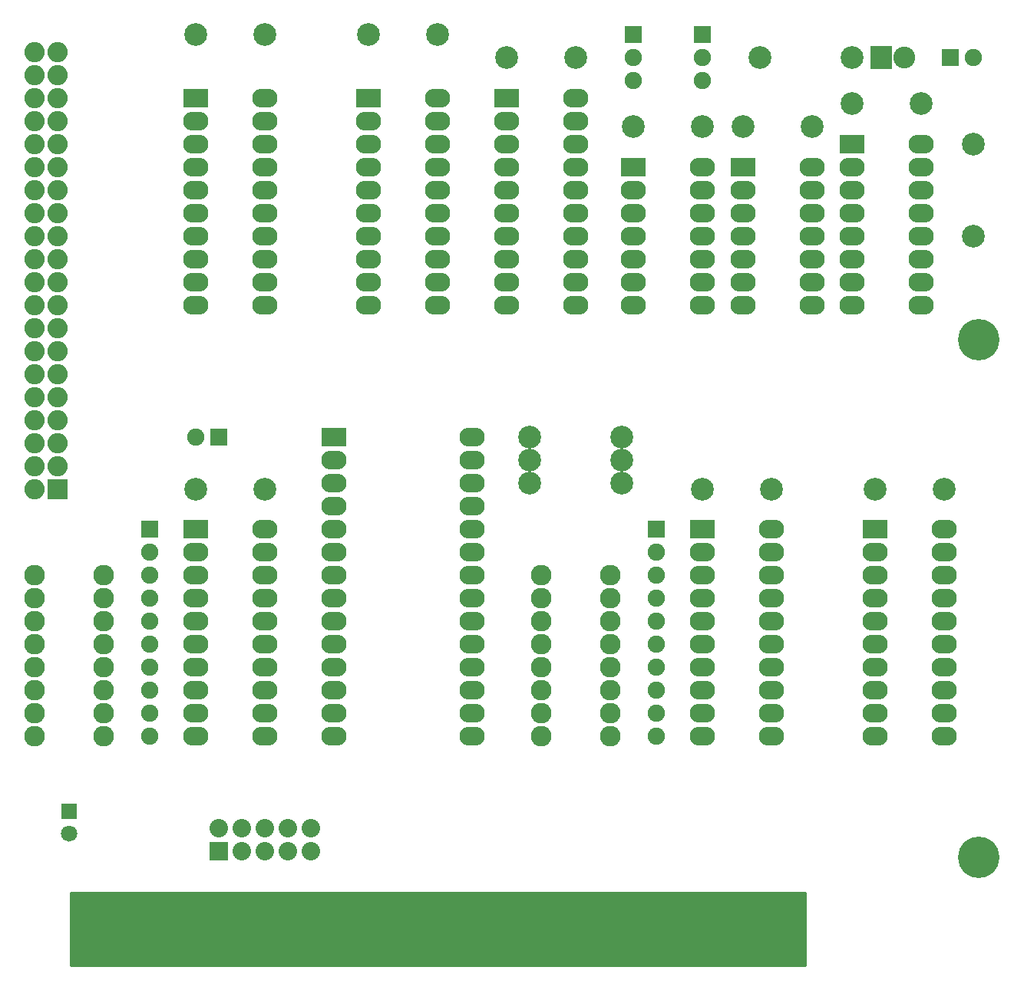
<source format=gts>
G04 #@! TF.FileFunction,Soldermask,Top*
%FSLAX46Y46*%
G04 Gerber Fmt 4.6, Leading zero omitted, Abs format (unit mm)*
G04 Created by KiCad (PCBNEW 4.0.0-stable) date Sat 14 May 2016 01:26:04 PM EDT*
%MOMM*%
G01*
G04 APERTURE LIST*
%ADD10C,0.150000*%
%ADD11C,2.506980*%
%ADD12R,2.794000X2.082800*%
%ADD13O,2.794000X2.082800*%
%ADD14R,1.905000X1.905000*%
%ADD15C,1.905000*%
%ADD16C,2.286000*%
%ADD17R,2.286000X7.620000*%
%ADD18R,2.235200X2.235200*%
%ADD19O,2.235200X2.235200*%
%ADD20C,1.808000*%
%ADD21R,1.808000X1.808000*%
%ADD22R,2.408000X2.508000*%
%ADD23C,2.408000*%
%ADD24C,4.572000*%
%ADD25R,2.032000X2.032000*%
%ADD26C,2.032000*%
%ADD27C,0.254000*%
G04 APERTURE END LIST*
D10*
D11*
X175260000Y-88265000D03*
X182880000Y-88265000D03*
X119380000Y-38100000D03*
X127000000Y-38100000D03*
X107950000Y-38100000D03*
X100330000Y-38100000D03*
X163830000Y-88265000D03*
X156210000Y-88265000D03*
X107950000Y-88265000D03*
X100330000Y-88265000D03*
X156210000Y-48260000D03*
X148590000Y-48260000D03*
X142240000Y-40640000D03*
X134620000Y-40640000D03*
X168275000Y-48260000D03*
X160655000Y-48260000D03*
X172720000Y-45720000D03*
X180340000Y-45720000D03*
X172720000Y-40640000D03*
X162560000Y-40640000D03*
D12*
X175260000Y-92710000D03*
D13*
X175260000Y-95250000D03*
X175260000Y-97790000D03*
X175260000Y-100330000D03*
X175260000Y-102870000D03*
X175260000Y-105410000D03*
X175260000Y-107950000D03*
X175260000Y-110490000D03*
X175260000Y-113030000D03*
X175260000Y-115570000D03*
X182880000Y-115570000D03*
X182880000Y-113030000D03*
X182880000Y-110490000D03*
X182880000Y-107950000D03*
X182880000Y-105410000D03*
X182880000Y-102870000D03*
X182880000Y-100330000D03*
X182880000Y-97790000D03*
X182880000Y-95250000D03*
X182880000Y-92710000D03*
D12*
X119380000Y-45085000D03*
D13*
X119380000Y-47625000D03*
X119380000Y-50165000D03*
X119380000Y-52705000D03*
X119380000Y-55245000D03*
X119380000Y-57785000D03*
X119380000Y-60325000D03*
X119380000Y-62865000D03*
X119380000Y-65405000D03*
X119380000Y-67945000D03*
X127000000Y-67945000D03*
X127000000Y-65405000D03*
X127000000Y-62865000D03*
X127000000Y-60325000D03*
X127000000Y-57785000D03*
X127000000Y-55245000D03*
X127000000Y-52705000D03*
X127000000Y-50165000D03*
X127000000Y-47625000D03*
X127000000Y-45085000D03*
D12*
X100330000Y-45085000D03*
D13*
X100330000Y-47625000D03*
X100330000Y-50165000D03*
X100330000Y-52705000D03*
X100330000Y-55245000D03*
X100330000Y-57785000D03*
X100330000Y-60325000D03*
X100330000Y-62865000D03*
X100330000Y-65405000D03*
X100330000Y-67945000D03*
X107950000Y-67945000D03*
X107950000Y-65405000D03*
X107950000Y-62865000D03*
X107950000Y-60325000D03*
X107950000Y-57785000D03*
X107950000Y-55245000D03*
X107950000Y-52705000D03*
X107950000Y-50165000D03*
X107950000Y-47625000D03*
X107950000Y-45085000D03*
D12*
X134620000Y-45085000D03*
D13*
X134620000Y-47625000D03*
X134620000Y-50165000D03*
X134620000Y-52705000D03*
X134620000Y-55245000D03*
X134620000Y-57785000D03*
X134620000Y-60325000D03*
X134620000Y-62865000D03*
X134620000Y-65405000D03*
X134620000Y-67945000D03*
X142240000Y-67945000D03*
X142240000Y-65405000D03*
X142240000Y-62865000D03*
X142240000Y-60325000D03*
X142240000Y-57785000D03*
X142240000Y-55245000D03*
X142240000Y-52705000D03*
X142240000Y-50165000D03*
X142240000Y-47625000D03*
X142240000Y-45085000D03*
D12*
X160655000Y-52705000D03*
D13*
X160655000Y-55245000D03*
X160655000Y-57785000D03*
X160655000Y-60325000D03*
X160655000Y-62865000D03*
X160655000Y-65405000D03*
X160655000Y-67945000D03*
X168275000Y-67945000D03*
X168275000Y-65405000D03*
X168275000Y-62865000D03*
X168275000Y-60325000D03*
X168275000Y-57785000D03*
X168275000Y-55245000D03*
X168275000Y-52705000D03*
D12*
X100330000Y-92710000D03*
D13*
X100330000Y-95250000D03*
X100330000Y-97790000D03*
X100330000Y-100330000D03*
X100330000Y-102870000D03*
X100330000Y-105410000D03*
X100330000Y-107950000D03*
X100330000Y-110490000D03*
X100330000Y-113030000D03*
X100330000Y-115570000D03*
X107950000Y-115570000D03*
X107950000Y-113030000D03*
X107950000Y-110490000D03*
X107950000Y-107950000D03*
X107950000Y-105410000D03*
X107950000Y-102870000D03*
X107950000Y-100330000D03*
X107950000Y-97790000D03*
X107950000Y-95250000D03*
X107950000Y-92710000D03*
D12*
X172720000Y-50165000D03*
D13*
X172720000Y-52705000D03*
X172720000Y-55245000D03*
X172720000Y-57785000D03*
X172720000Y-60325000D03*
X172720000Y-62865000D03*
X172720000Y-65405000D03*
X172720000Y-67945000D03*
X180340000Y-67945000D03*
X180340000Y-65405000D03*
X180340000Y-62865000D03*
X180340000Y-60325000D03*
X180340000Y-57785000D03*
X180340000Y-55245000D03*
X180340000Y-52705000D03*
X180340000Y-50165000D03*
D12*
X148590000Y-52705000D03*
D13*
X148590000Y-55245000D03*
X148590000Y-57785000D03*
X148590000Y-60325000D03*
X148590000Y-62865000D03*
X148590000Y-65405000D03*
X148590000Y-67945000D03*
X156210000Y-67945000D03*
X156210000Y-65405000D03*
X156210000Y-62865000D03*
X156210000Y-60325000D03*
X156210000Y-57785000D03*
X156210000Y-55245000D03*
X156210000Y-52705000D03*
D12*
X156210000Y-92710000D03*
D13*
X156210000Y-95250000D03*
X156210000Y-97790000D03*
X156210000Y-100330000D03*
X156210000Y-102870000D03*
X156210000Y-105410000D03*
X156210000Y-107950000D03*
X156210000Y-110490000D03*
X156210000Y-113030000D03*
X156210000Y-115570000D03*
X163830000Y-115570000D03*
X163830000Y-113030000D03*
X163830000Y-110490000D03*
X163830000Y-107950000D03*
X163830000Y-105410000D03*
X163830000Y-102870000D03*
X163830000Y-100330000D03*
X163830000Y-97790000D03*
X163830000Y-95250000D03*
X163830000Y-92710000D03*
D12*
X115570000Y-82550000D03*
D13*
X115570000Y-85090000D03*
X115570000Y-87630000D03*
X115570000Y-90170000D03*
X115570000Y-92710000D03*
X115570000Y-95250000D03*
X115570000Y-97790000D03*
X115570000Y-100330000D03*
X115570000Y-102870000D03*
X115570000Y-105410000D03*
X115570000Y-107950000D03*
X115570000Y-110490000D03*
X115570000Y-113030000D03*
X115570000Y-115570000D03*
X130810000Y-115570000D03*
X130810000Y-113030000D03*
X130810000Y-110490000D03*
X130810000Y-107950000D03*
X130810000Y-105410000D03*
X130810000Y-102870000D03*
X130810000Y-100330000D03*
X130810000Y-97790000D03*
X130810000Y-95250000D03*
X130810000Y-92710000D03*
X130810000Y-90170000D03*
X130810000Y-87630000D03*
X130810000Y-85090000D03*
X130810000Y-82550000D03*
D11*
X147320000Y-85090000D03*
X137160000Y-85090000D03*
X137160000Y-87630000D03*
X147320000Y-87630000D03*
D14*
X95250000Y-92710000D03*
D15*
X95250000Y-95250000D03*
X95250000Y-97790000D03*
X95250000Y-100330000D03*
X95250000Y-102870000D03*
X95250000Y-105410000D03*
X95250000Y-107950000D03*
X95250000Y-110490000D03*
X95250000Y-113030000D03*
X95250000Y-115570000D03*
D14*
X151130000Y-92710000D03*
D15*
X151130000Y-95250000D03*
X151130000Y-97790000D03*
X151130000Y-100330000D03*
X151130000Y-102870000D03*
X151130000Y-105410000D03*
X151130000Y-107950000D03*
X151130000Y-110490000D03*
X151130000Y-113030000D03*
X151130000Y-115570000D03*
D16*
X138430000Y-97790000D03*
X138430000Y-100330000D03*
X138430000Y-102870000D03*
X138430000Y-105410000D03*
X138430000Y-107950000D03*
X138430000Y-110490000D03*
X138430000Y-113030000D03*
X138430000Y-115570000D03*
X146050000Y-115570000D03*
X146050000Y-113030000D03*
X146050000Y-110490000D03*
X146050000Y-107950000D03*
X146050000Y-105410000D03*
X146050000Y-102870000D03*
X146050000Y-100330000D03*
X146050000Y-97790000D03*
X82550000Y-97790000D03*
X82550000Y-100330000D03*
X82550000Y-102870000D03*
X82550000Y-105410000D03*
X82550000Y-107950000D03*
X82550000Y-110490000D03*
X82550000Y-113030000D03*
X82550000Y-115570000D03*
X90170000Y-115570000D03*
X90170000Y-113030000D03*
X90170000Y-110490000D03*
X90170000Y-107950000D03*
X90170000Y-105410000D03*
X90170000Y-102870000D03*
X90170000Y-100330000D03*
X90170000Y-97790000D03*
D17*
X165100000Y-136906000D03*
X162560000Y-136906000D03*
X160020000Y-136906000D03*
X157480000Y-136906000D03*
X154940000Y-136906000D03*
X152400000Y-136906000D03*
X149860000Y-136906000D03*
X147320000Y-136906000D03*
X144780000Y-136906000D03*
X142240000Y-136906000D03*
X139700000Y-136906000D03*
X137160000Y-136906000D03*
X134620000Y-136906000D03*
X132080000Y-136906000D03*
X129540000Y-136906000D03*
X127000000Y-136906000D03*
X124460000Y-136906000D03*
X121920000Y-136906000D03*
X119380000Y-136906000D03*
X116840000Y-136906000D03*
X114300000Y-136906000D03*
X111760000Y-136906000D03*
X109220000Y-136906000D03*
X106680000Y-136906000D03*
X104140000Y-136906000D03*
X101600000Y-136906000D03*
X99060000Y-136906000D03*
X96520000Y-136906000D03*
X93980000Y-136906000D03*
X91440000Y-136906000D03*
X88900000Y-136906000D03*
D11*
X137160000Y-82550000D03*
X147320000Y-82550000D03*
D18*
X85090000Y-88265000D03*
D19*
X82550000Y-88265000D03*
X85090000Y-85725000D03*
X82550000Y-85725000D03*
X85090000Y-83185000D03*
X82550000Y-83185000D03*
X85090000Y-80645000D03*
X82550000Y-80645000D03*
X85090000Y-78105000D03*
X82550000Y-78105000D03*
X85090000Y-75565000D03*
X82550000Y-75565000D03*
X85090000Y-73025000D03*
X82550000Y-73025000D03*
X85090000Y-70485000D03*
X82550000Y-70485000D03*
X85090000Y-67945000D03*
X82550000Y-67945000D03*
X85090000Y-65405000D03*
X82550000Y-65405000D03*
X85090000Y-62865000D03*
X82550000Y-62865000D03*
X85090000Y-60325000D03*
X82550000Y-60325000D03*
X85090000Y-57785000D03*
X82550000Y-57785000D03*
X85090000Y-55245000D03*
X82550000Y-55245000D03*
X85090000Y-52705000D03*
X82550000Y-52705000D03*
X85090000Y-50165000D03*
X82550000Y-50165000D03*
X85090000Y-47625000D03*
X82550000Y-47625000D03*
X85090000Y-45085000D03*
X82550000Y-45085000D03*
X85090000Y-42545000D03*
X82550000Y-42545000D03*
X85090000Y-40005000D03*
X82550000Y-40005000D03*
D20*
X86360000Y-126325000D03*
D21*
X86360000Y-123825000D03*
D22*
X175895000Y-40640000D03*
D23*
X178435000Y-40640000D03*
D24*
X186690000Y-128905000D03*
X186690000Y-71755000D03*
D14*
X102870000Y-82550000D03*
D15*
X100330000Y-82550000D03*
D14*
X148590000Y-38100000D03*
D15*
X148590000Y-40640000D03*
X148590000Y-43180000D03*
D14*
X156210000Y-38100000D03*
D15*
X156210000Y-40640000D03*
X156210000Y-43180000D03*
D25*
X102870000Y-128270000D03*
D26*
X102870000Y-125730000D03*
X105410000Y-128270000D03*
X105410000Y-125730000D03*
X107950000Y-128270000D03*
X107950000Y-125730000D03*
X110490000Y-128270000D03*
X110490000Y-125730000D03*
X113030000Y-128270000D03*
X113030000Y-125730000D03*
D11*
X186055000Y-50165000D03*
X186055000Y-60325000D03*
D14*
X183515000Y-40640000D03*
D15*
X186055000Y-40640000D03*
D27*
G36*
X167513000Y-140843000D02*
X86487000Y-140843000D01*
X86487000Y-132842000D01*
X167513000Y-132842000D01*
X167513000Y-140843000D01*
X167513000Y-140843000D01*
G37*
X167513000Y-140843000D02*
X86487000Y-140843000D01*
X86487000Y-132842000D01*
X167513000Y-132842000D01*
X167513000Y-140843000D01*
M02*

</source>
